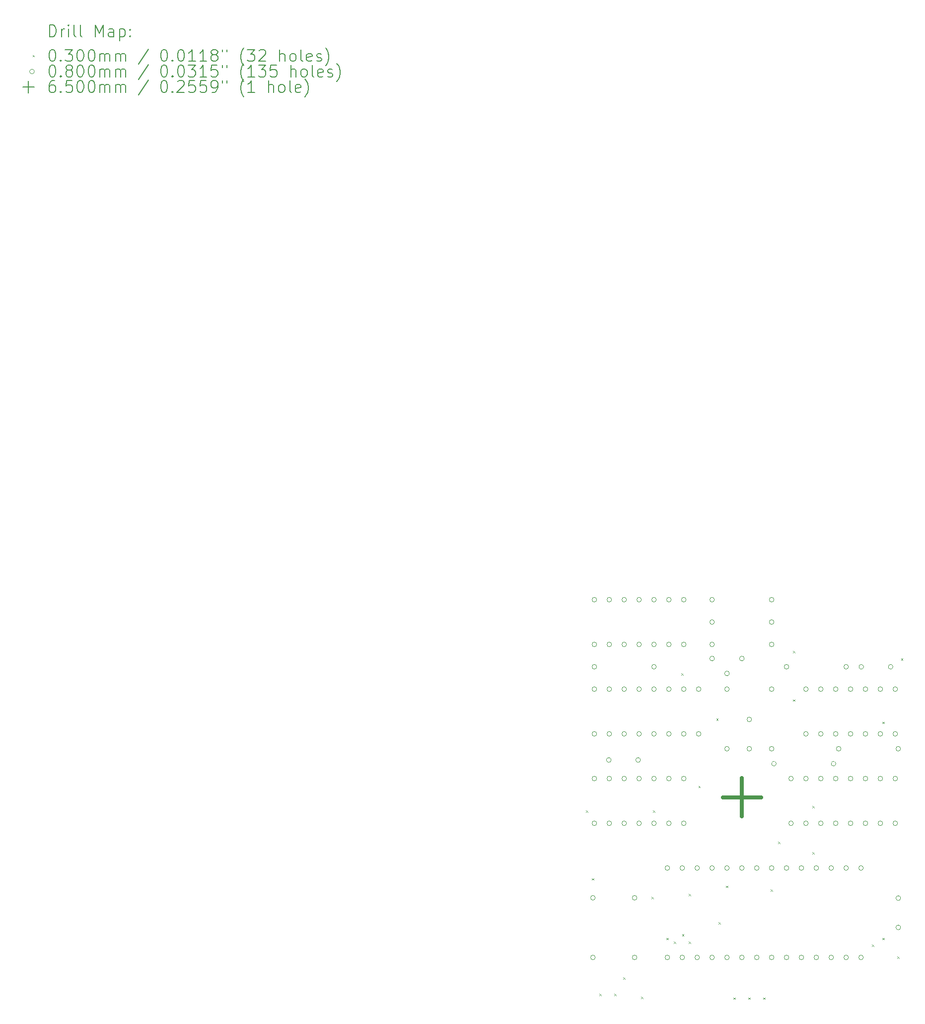
<source format=gbr>
%TF.GenerationSoftware,KiCad,Pcbnew,7.0.9+dfsg-1*%
%TF.CreationDate,2024-01-12T21:14:41+01:00*%
%TF.ProjectId,C64NIKI2,4336344e-494b-4493-922e-6b696361645f,rev?*%
%TF.SameCoordinates,Original*%
%TF.FileFunction,Drillmap*%
%TF.FilePolarity,Positive*%
%FSLAX45Y45*%
G04 Gerber Fmt 4.5, Leading zero omitted, Abs format (unit mm)*
G04 Created by KiCad (PCBNEW 7.0.9+dfsg-1) date 2024-01-12 21:14:41*
%MOMM*%
%LPD*%
G01*
G04 APERTURE LIST*
%ADD10C,0.200000*%
%ADD11C,0.100000*%
%ADD12C,0.650000*%
G04 APERTURE END LIST*
D10*
D11*
X9408400Y-13497800D02*
X9438400Y-13527800D01*
X9438400Y-13497800D02*
X9408400Y-13527800D01*
X9510000Y-14653500D02*
X9540000Y-14683500D01*
X9540000Y-14653500D02*
X9510000Y-14683500D01*
X9637000Y-16622000D02*
X9667000Y-16652000D01*
X9667000Y-16622000D02*
X9637000Y-16652000D01*
X9891000Y-16622000D02*
X9921000Y-16652000D01*
X9921000Y-16622000D02*
X9891000Y-16652000D01*
X10043400Y-16342600D02*
X10073400Y-16372600D01*
X10073400Y-16342600D02*
X10043400Y-16372600D01*
X10348200Y-16672800D02*
X10378200Y-16702800D01*
X10378200Y-16672800D02*
X10348200Y-16702800D01*
X10526000Y-14971000D02*
X10556000Y-15001000D01*
X10556000Y-14971000D02*
X10526000Y-15001000D01*
X10551400Y-13497800D02*
X10581400Y-13527800D01*
X10581400Y-13497800D02*
X10551400Y-13527800D01*
X10780000Y-15669500D02*
X10810000Y-15699500D01*
X10810000Y-15669500D02*
X10780000Y-15699500D01*
X10907000Y-15733000D02*
X10937000Y-15763000D01*
X10937000Y-15733000D02*
X10907000Y-15763000D01*
X11034000Y-11161000D02*
X11064000Y-11191000D01*
X11064000Y-11161000D02*
X11034000Y-11191000D01*
X11046700Y-15606000D02*
X11076700Y-15636000D01*
X11076700Y-15606000D02*
X11046700Y-15636000D01*
X11161000Y-14920200D02*
X11191000Y-14950200D01*
X11191000Y-14920200D02*
X11161000Y-14950200D01*
X11161000Y-15733000D02*
X11191000Y-15763000D01*
X11191000Y-15733000D02*
X11161000Y-15763000D01*
X11326100Y-13078700D02*
X11356100Y-13108700D01*
X11356100Y-13078700D02*
X11326100Y-13108700D01*
X11630900Y-11931000D02*
X11660900Y-11961000D01*
X11660900Y-11931000D02*
X11630900Y-11961000D01*
X11669000Y-15402800D02*
X11699000Y-15432800D01*
X11699000Y-15402800D02*
X11669000Y-15432800D01*
X11796000Y-14780500D02*
X11826000Y-14810500D01*
X11826000Y-14780500D02*
X11796000Y-14810500D01*
X11923000Y-16685500D02*
X11953000Y-16715500D01*
X11953000Y-16685500D02*
X11923000Y-16715500D01*
X12177000Y-16685500D02*
X12207000Y-16715500D01*
X12207000Y-16685500D02*
X12177000Y-16715500D01*
X12431000Y-16685500D02*
X12461000Y-16715500D01*
X12461000Y-16685500D02*
X12431000Y-16715500D01*
X12558000Y-14844000D02*
X12588000Y-14874000D01*
X12588000Y-14844000D02*
X12558000Y-14874000D01*
X12685000Y-14031200D02*
X12715000Y-14061200D01*
X12715000Y-14031200D02*
X12685000Y-14061200D01*
X12939000Y-10780000D02*
X12969000Y-10810000D01*
X12969000Y-10780000D02*
X12939000Y-10810000D01*
X12939000Y-11605500D02*
X12969000Y-11635500D01*
X12969000Y-11605500D02*
X12939000Y-11635500D01*
X13269200Y-13421600D02*
X13299200Y-13451600D01*
X13299200Y-13421600D02*
X13269200Y-13451600D01*
X13269200Y-14209000D02*
X13299200Y-14239000D01*
X13299200Y-14209000D02*
X13269200Y-14239000D01*
X14285200Y-15783800D02*
X14315200Y-15813800D01*
X14315200Y-15783800D02*
X14285200Y-15813800D01*
X14463000Y-11986500D02*
X14493000Y-12016500D01*
X14493000Y-11986500D02*
X14463000Y-12016500D01*
X14463000Y-15669500D02*
X14493000Y-15699500D01*
X14493000Y-15669500D02*
X14463000Y-15699500D01*
X14717000Y-15987000D02*
X14747000Y-16017000D01*
X14747000Y-15987000D02*
X14717000Y-16017000D01*
X14780500Y-10907000D02*
X14810500Y-10937000D01*
X14810500Y-10907000D02*
X14780500Y-10937000D01*
X9565000Y-14986000D02*
G75*
G03*
X9565000Y-14986000I-40000J0D01*
G01*
X9565000Y-16002000D02*
G75*
G03*
X9565000Y-16002000I-40000J0D01*
G01*
X9590400Y-9906000D02*
G75*
G03*
X9590400Y-9906000I-40000J0D01*
G01*
X9590400Y-10668000D02*
G75*
G03*
X9590400Y-10668000I-40000J0D01*
G01*
X9590400Y-11049000D02*
G75*
G03*
X9590400Y-11049000I-40000J0D01*
G01*
X9590400Y-11430000D02*
G75*
G03*
X9590400Y-11430000I-40000J0D01*
G01*
X9590400Y-12192000D02*
G75*
G03*
X9590400Y-12192000I-40000J0D01*
G01*
X9590400Y-12954000D02*
G75*
G03*
X9590400Y-12954000I-40000J0D01*
G01*
X9590400Y-13716000D02*
G75*
G03*
X9590400Y-13716000I-40000J0D01*
G01*
X9835700Y-12636500D02*
G75*
G03*
X9835700Y-12636500I-40000J0D01*
G01*
X9844400Y-9906000D02*
G75*
G03*
X9844400Y-9906000I-40000J0D01*
G01*
X9844400Y-10668000D02*
G75*
G03*
X9844400Y-10668000I-40000J0D01*
G01*
X9844400Y-11430000D02*
G75*
G03*
X9844400Y-11430000I-40000J0D01*
G01*
X9844400Y-12192000D02*
G75*
G03*
X9844400Y-12192000I-40000J0D01*
G01*
X9844400Y-12954000D02*
G75*
G03*
X9844400Y-12954000I-40000J0D01*
G01*
X9844400Y-13716000D02*
G75*
G03*
X9844400Y-13716000I-40000J0D01*
G01*
X10098400Y-9906000D02*
G75*
G03*
X10098400Y-9906000I-40000J0D01*
G01*
X10098400Y-10668000D02*
G75*
G03*
X10098400Y-10668000I-40000J0D01*
G01*
X10098400Y-11430000D02*
G75*
G03*
X10098400Y-11430000I-40000J0D01*
G01*
X10098400Y-12192000D02*
G75*
G03*
X10098400Y-12192000I-40000J0D01*
G01*
X10098400Y-12954000D02*
G75*
G03*
X10098400Y-12954000I-40000J0D01*
G01*
X10098400Y-13716000D02*
G75*
G03*
X10098400Y-13716000I-40000J0D01*
G01*
X10276200Y-14986000D02*
G75*
G03*
X10276200Y-14986000I-40000J0D01*
G01*
X10276200Y-16002000D02*
G75*
G03*
X10276200Y-16002000I-40000J0D01*
G01*
X10335700Y-12636500D02*
G75*
G03*
X10335700Y-12636500I-40000J0D01*
G01*
X10352400Y-9906000D02*
G75*
G03*
X10352400Y-9906000I-40000J0D01*
G01*
X10352400Y-10668000D02*
G75*
G03*
X10352400Y-10668000I-40000J0D01*
G01*
X10352400Y-11430000D02*
G75*
G03*
X10352400Y-11430000I-40000J0D01*
G01*
X10352400Y-12192000D02*
G75*
G03*
X10352400Y-12192000I-40000J0D01*
G01*
X10352400Y-12954000D02*
G75*
G03*
X10352400Y-12954000I-40000J0D01*
G01*
X10352400Y-13716000D02*
G75*
G03*
X10352400Y-13716000I-40000J0D01*
G01*
X10606400Y-9906000D02*
G75*
G03*
X10606400Y-9906000I-40000J0D01*
G01*
X10606400Y-10668000D02*
G75*
G03*
X10606400Y-10668000I-40000J0D01*
G01*
X10606400Y-11049000D02*
G75*
G03*
X10606400Y-11049000I-40000J0D01*
G01*
X10606400Y-11430000D02*
G75*
G03*
X10606400Y-11430000I-40000J0D01*
G01*
X10606400Y-12192000D02*
G75*
G03*
X10606400Y-12192000I-40000J0D01*
G01*
X10606400Y-12954000D02*
G75*
G03*
X10606400Y-12954000I-40000J0D01*
G01*
X10606400Y-13716000D02*
G75*
G03*
X10606400Y-13716000I-40000J0D01*
G01*
X10835000Y-14478000D02*
G75*
G03*
X10835000Y-14478000I-40000J0D01*
G01*
X10835000Y-16002000D02*
G75*
G03*
X10835000Y-16002000I-40000J0D01*
G01*
X10860400Y-9906000D02*
G75*
G03*
X10860400Y-9906000I-40000J0D01*
G01*
X10860400Y-10668000D02*
G75*
G03*
X10860400Y-10668000I-40000J0D01*
G01*
X10860400Y-11430000D02*
G75*
G03*
X10860400Y-11430000I-40000J0D01*
G01*
X10860400Y-12192000D02*
G75*
G03*
X10860400Y-12192000I-40000J0D01*
G01*
X10860400Y-12954000D02*
G75*
G03*
X10860400Y-12954000I-40000J0D01*
G01*
X10860400Y-13716000D02*
G75*
G03*
X10860400Y-13716000I-40000J0D01*
G01*
X11089000Y-14478000D02*
G75*
G03*
X11089000Y-14478000I-40000J0D01*
G01*
X11089000Y-16002000D02*
G75*
G03*
X11089000Y-16002000I-40000J0D01*
G01*
X11114400Y-9906000D02*
G75*
G03*
X11114400Y-9906000I-40000J0D01*
G01*
X11114400Y-10668000D02*
G75*
G03*
X11114400Y-10668000I-40000J0D01*
G01*
X11114400Y-11430000D02*
G75*
G03*
X11114400Y-11430000I-40000J0D01*
G01*
X11114400Y-12192000D02*
G75*
G03*
X11114400Y-12192000I-40000J0D01*
G01*
X11114400Y-12954000D02*
G75*
G03*
X11114400Y-12954000I-40000J0D01*
G01*
X11114400Y-13716000D02*
G75*
G03*
X11114400Y-13716000I-40000J0D01*
G01*
X11343000Y-14478000D02*
G75*
G03*
X11343000Y-14478000I-40000J0D01*
G01*
X11343000Y-16002000D02*
G75*
G03*
X11343000Y-16002000I-40000J0D01*
G01*
X11368400Y-11430000D02*
G75*
G03*
X11368400Y-11430000I-40000J0D01*
G01*
X11368400Y-12192000D02*
G75*
G03*
X11368400Y-12192000I-40000J0D01*
G01*
X11597000Y-9906000D02*
G75*
G03*
X11597000Y-9906000I-40000J0D01*
G01*
X11597000Y-10287000D02*
G75*
G03*
X11597000Y-10287000I-40000J0D01*
G01*
X11597000Y-10668000D02*
G75*
G03*
X11597000Y-10668000I-40000J0D01*
G01*
X11597000Y-10908500D02*
G75*
G03*
X11597000Y-10908500I-40000J0D01*
G01*
X11597000Y-14478000D02*
G75*
G03*
X11597000Y-14478000I-40000J0D01*
G01*
X11597000Y-16002000D02*
G75*
G03*
X11597000Y-16002000I-40000J0D01*
G01*
X11851000Y-11162500D02*
G75*
G03*
X11851000Y-11162500I-40000J0D01*
G01*
X11851000Y-11430000D02*
G75*
G03*
X11851000Y-11430000I-40000J0D01*
G01*
X11851000Y-12446000D02*
G75*
G03*
X11851000Y-12446000I-40000J0D01*
G01*
X11851000Y-14478000D02*
G75*
G03*
X11851000Y-14478000I-40000J0D01*
G01*
X11851000Y-16002000D02*
G75*
G03*
X11851000Y-16002000I-40000J0D01*
G01*
X12105000Y-10908500D02*
G75*
G03*
X12105000Y-10908500I-40000J0D01*
G01*
X12105000Y-14478000D02*
G75*
G03*
X12105000Y-14478000I-40000J0D01*
G01*
X12105000Y-16002000D02*
G75*
G03*
X12105000Y-16002000I-40000J0D01*
G01*
X12232000Y-11946000D02*
G75*
G03*
X12232000Y-11946000I-40000J0D01*
G01*
X12232000Y-12446000D02*
G75*
G03*
X12232000Y-12446000I-40000J0D01*
G01*
X12359000Y-14478000D02*
G75*
G03*
X12359000Y-14478000I-40000J0D01*
G01*
X12359000Y-16002000D02*
G75*
G03*
X12359000Y-16002000I-40000J0D01*
G01*
X12613000Y-9906000D02*
G75*
G03*
X12613000Y-9906000I-40000J0D01*
G01*
X12613000Y-10287000D02*
G75*
G03*
X12613000Y-10287000I-40000J0D01*
G01*
X12613000Y-10668000D02*
G75*
G03*
X12613000Y-10668000I-40000J0D01*
G01*
X12613000Y-11430000D02*
G75*
G03*
X12613000Y-11430000I-40000J0D01*
G01*
X12613000Y-12446000D02*
G75*
G03*
X12613000Y-12446000I-40000J0D01*
G01*
X12613000Y-14478000D02*
G75*
G03*
X12613000Y-14478000I-40000J0D01*
G01*
X12613000Y-16002000D02*
G75*
G03*
X12613000Y-16002000I-40000J0D01*
G01*
X12651100Y-12700000D02*
G75*
G03*
X12651100Y-12700000I-40000J0D01*
G01*
X12867000Y-11049000D02*
G75*
G03*
X12867000Y-11049000I-40000J0D01*
G01*
X12867000Y-14478000D02*
G75*
G03*
X12867000Y-14478000I-40000J0D01*
G01*
X12867000Y-16002000D02*
G75*
G03*
X12867000Y-16002000I-40000J0D01*
G01*
X12943200Y-12954000D02*
G75*
G03*
X12943200Y-12954000I-40000J0D01*
G01*
X12943200Y-13716000D02*
G75*
G03*
X12943200Y-13716000I-40000J0D01*
G01*
X13121000Y-14478000D02*
G75*
G03*
X13121000Y-14478000I-40000J0D01*
G01*
X13121000Y-16002000D02*
G75*
G03*
X13121000Y-16002000I-40000J0D01*
G01*
X13197200Y-11430000D02*
G75*
G03*
X13197200Y-11430000I-40000J0D01*
G01*
X13197200Y-12192000D02*
G75*
G03*
X13197200Y-12192000I-40000J0D01*
G01*
X13197200Y-12954000D02*
G75*
G03*
X13197200Y-12954000I-40000J0D01*
G01*
X13197200Y-13716000D02*
G75*
G03*
X13197200Y-13716000I-40000J0D01*
G01*
X13375000Y-14478000D02*
G75*
G03*
X13375000Y-14478000I-40000J0D01*
G01*
X13375000Y-16002000D02*
G75*
G03*
X13375000Y-16002000I-40000J0D01*
G01*
X13451200Y-11430000D02*
G75*
G03*
X13451200Y-11430000I-40000J0D01*
G01*
X13451200Y-12192000D02*
G75*
G03*
X13451200Y-12192000I-40000J0D01*
G01*
X13451200Y-12954000D02*
G75*
G03*
X13451200Y-12954000I-40000J0D01*
G01*
X13451200Y-13716000D02*
G75*
G03*
X13451200Y-13716000I-40000J0D01*
G01*
X13629000Y-14478000D02*
G75*
G03*
X13629000Y-14478000I-40000J0D01*
G01*
X13629000Y-16002000D02*
G75*
G03*
X13629000Y-16002000I-40000J0D01*
G01*
X13667100Y-12700000D02*
G75*
G03*
X13667100Y-12700000I-40000J0D01*
G01*
X13705200Y-11430000D02*
G75*
G03*
X13705200Y-11430000I-40000J0D01*
G01*
X13705200Y-12192000D02*
G75*
G03*
X13705200Y-12192000I-40000J0D01*
G01*
X13705200Y-12954000D02*
G75*
G03*
X13705200Y-12954000I-40000J0D01*
G01*
X13705200Y-13716000D02*
G75*
G03*
X13705200Y-13716000I-40000J0D01*
G01*
X13756000Y-12446000D02*
G75*
G03*
X13756000Y-12446000I-40000J0D01*
G01*
X13883000Y-11049000D02*
G75*
G03*
X13883000Y-11049000I-40000J0D01*
G01*
X13883000Y-14478000D02*
G75*
G03*
X13883000Y-14478000I-40000J0D01*
G01*
X13883000Y-16002000D02*
G75*
G03*
X13883000Y-16002000I-40000J0D01*
G01*
X13959200Y-11430000D02*
G75*
G03*
X13959200Y-11430000I-40000J0D01*
G01*
X13959200Y-12192000D02*
G75*
G03*
X13959200Y-12192000I-40000J0D01*
G01*
X13959200Y-12954000D02*
G75*
G03*
X13959200Y-12954000I-40000J0D01*
G01*
X13959200Y-13716000D02*
G75*
G03*
X13959200Y-13716000I-40000J0D01*
G01*
X14137000Y-14478000D02*
G75*
G03*
X14137000Y-14478000I-40000J0D01*
G01*
X14137000Y-16002000D02*
G75*
G03*
X14137000Y-16002000I-40000J0D01*
G01*
X14141000Y-11049000D02*
G75*
G03*
X14141000Y-11049000I-40000J0D01*
G01*
X14213200Y-11430000D02*
G75*
G03*
X14213200Y-11430000I-40000J0D01*
G01*
X14213200Y-12192000D02*
G75*
G03*
X14213200Y-12192000I-40000J0D01*
G01*
X14213200Y-12954000D02*
G75*
G03*
X14213200Y-12954000I-40000J0D01*
G01*
X14213200Y-13716000D02*
G75*
G03*
X14213200Y-13716000I-40000J0D01*
G01*
X14467200Y-11430000D02*
G75*
G03*
X14467200Y-11430000I-40000J0D01*
G01*
X14467200Y-12192000D02*
G75*
G03*
X14467200Y-12192000I-40000J0D01*
G01*
X14467200Y-12954000D02*
G75*
G03*
X14467200Y-12954000I-40000J0D01*
G01*
X14467200Y-13716000D02*
G75*
G03*
X14467200Y-13716000I-40000J0D01*
G01*
X14641000Y-11049000D02*
G75*
G03*
X14641000Y-11049000I-40000J0D01*
G01*
X14721200Y-11430000D02*
G75*
G03*
X14721200Y-11430000I-40000J0D01*
G01*
X14721200Y-12192000D02*
G75*
G03*
X14721200Y-12192000I-40000J0D01*
G01*
X14721200Y-12954000D02*
G75*
G03*
X14721200Y-12954000I-40000J0D01*
G01*
X14721200Y-13716000D02*
G75*
G03*
X14721200Y-13716000I-40000J0D01*
G01*
X14772000Y-12446000D02*
G75*
G03*
X14772000Y-12446000I-40000J0D01*
G01*
X14772000Y-14990000D02*
G75*
G03*
X14772000Y-14990000I-40000J0D01*
G01*
X14772000Y-15490000D02*
G75*
G03*
X14772000Y-15490000I-40000J0D01*
G01*
D12*
X12065000Y-12946627D02*
X12065000Y-13596627D01*
X11740000Y-13271627D02*
X12390000Y-13271627D01*
D10*
X260777Y-311484D02*
X260777Y-111484D01*
X260777Y-111484D02*
X308396Y-111484D01*
X308396Y-111484D02*
X336967Y-121008D01*
X336967Y-121008D02*
X356015Y-140055D01*
X356015Y-140055D02*
X365539Y-159103D01*
X365539Y-159103D02*
X375062Y-197198D01*
X375062Y-197198D02*
X375062Y-225769D01*
X375062Y-225769D02*
X365539Y-263865D01*
X365539Y-263865D02*
X356015Y-282912D01*
X356015Y-282912D02*
X336967Y-301960D01*
X336967Y-301960D02*
X308396Y-311484D01*
X308396Y-311484D02*
X260777Y-311484D01*
X460777Y-311484D02*
X460777Y-178150D01*
X460777Y-216246D02*
X470301Y-197198D01*
X470301Y-197198D02*
X479824Y-187674D01*
X479824Y-187674D02*
X498872Y-178150D01*
X498872Y-178150D02*
X517920Y-178150D01*
X584586Y-311484D02*
X584586Y-178150D01*
X584586Y-111484D02*
X575063Y-121008D01*
X575063Y-121008D02*
X584586Y-130531D01*
X584586Y-130531D02*
X594110Y-121008D01*
X594110Y-121008D02*
X584586Y-111484D01*
X584586Y-111484D02*
X584586Y-130531D01*
X708396Y-311484D02*
X689348Y-301960D01*
X689348Y-301960D02*
X679824Y-282912D01*
X679824Y-282912D02*
X679824Y-111484D01*
X813158Y-311484D02*
X794110Y-301960D01*
X794110Y-301960D02*
X784586Y-282912D01*
X784586Y-282912D02*
X784586Y-111484D01*
X1041729Y-311484D02*
X1041729Y-111484D01*
X1041729Y-111484D02*
X1108396Y-254341D01*
X1108396Y-254341D02*
X1175063Y-111484D01*
X1175063Y-111484D02*
X1175063Y-311484D01*
X1356015Y-311484D02*
X1356015Y-206722D01*
X1356015Y-206722D02*
X1346491Y-187674D01*
X1346491Y-187674D02*
X1327444Y-178150D01*
X1327444Y-178150D02*
X1289348Y-178150D01*
X1289348Y-178150D02*
X1270301Y-187674D01*
X1356015Y-301960D02*
X1336967Y-311484D01*
X1336967Y-311484D02*
X1289348Y-311484D01*
X1289348Y-311484D02*
X1270301Y-301960D01*
X1270301Y-301960D02*
X1260777Y-282912D01*
X1260777Y-282912D02*
X1260777Y-263865D01*
X1260777Y-263865D02*
X1270301Y-244817D01*
X1270301Y-244817D02*
X1289348Y-235293D01*
X1289348Y-235293D02*
X1336967Y-235293D01*
X1336967Y-235293D02*
X1356015Y-225769D01*
X1451253Y-178150D02*
X1451253Y-378150D01*
X1451253Y-187674D02*
X1470301Y-178150D01*
X1470301Y-178150D02*
X1508396Y-178150D01*
X1508396Y-178150D02*
X1527443Y-187674D01*
X1527443Y-187674D02*
X1536967Y-197198D01*
X1536967Y-197198D02*
X1546491Y-216246D01*
X1546491Y-216246D02*
X1546491Y-273389D01*
X1546491Y-273389D02*
X1536967Y-292436D01*
X1536967Y-292436D02*
X1527443Y-301960D01*
X1527443Y-301960D02*
X1508396Y-311484D01*
X1508396Y-311484D02*
X1470301Y-311484D01*
X1470301Y-311484D02*
X1451253Y-301960D01*
X1632205Y-292436D02*
X1641729Y-301960D01*
X1641729Y-301960D02*
X1632205Y-311484D01*
X1632205Y-311484D02*
X1622682Y-301960D01*
X1622682Y-301960D02*
X1632205Y-292436D01*
X1632205Y-292436D02*
X1632205Y-311484D01*
X1632205Y-187674D02*
X1641729Y-197198D01*
X1641729Y-197198D02*
X1632205Y-206722D01*
X1632205Y-206722D02*
X1622682Y-197198D01*
X1622682Y-197198D02*
X1632205Y-187674D01*
X1632205Y-187674D02*
X1632205Y-206722D01*
D11*
X-30000Y-625000D02*
X0Y-655000D01*
X0Y-625000D02*
X-30000Y-655000D01*
D10*
X298872Y-531484D02*
X317920Y-531484D01*
X317920Y-531484D02*
X336967Y-541008D01*
X336967Y-541008D02*
X346491Y-550531D01*
X346491Y-550531D02*
X356015Y-569579D01*
X356015Y-569579D02*
X365539Y-607674D01*
X365539Y-607674D02*
X365539Y-655293D01*
X365539Y-655293D02*
X356015Y-693389D01*
X356015Y-693389D02*
X346491Y-712436D01*
X346491Y-712436D02*
X336967Y-721960D01*
X336967Y-721960D02*
X317920Y-731484D01*
X317920Y-731484D02*
X298872Y-731484D01*
X298872Y-731484D02*
X279824Y-721960D01*
X279824Y-721960D02*
X270301Y-712436D01*
X270301Y-712436D02*
X260777Y-693389D01*
X260777Y-693389D02*
X251253Y-655293D01*
X251253Y-655293D02*
X251253Y-607674D01*
X251253Y-607674D02*
X260777Y-569579D01*
X260777Y-569579D02*
X270301Y-550531D01*
X270301Y-550531D02*
X279824Y-541008D01*
X279824Y-541008D02*
X298872Y-531484D01*
X451253Y-712436D02*
X460777Y-721960D01*
X460777Y-721960D02*
X451253Y-731484D01*
X451253Y-731484D02*
X441729Y-721960D01*
X441729Y-721960D02*
X451253Y-712436D01*
X451253Y-712436D02*
X451253Y-731484D01*
X527444Y-531484D02*
X651253Y-531484D01*
X651253Y-531484D02*
X584586Y-607674D01*
X584586Y-607674D02*
X613158Y-607674D01*
X613158Y-607674D02*
X632205Y-617198D01*
X632205Y-617198D02*
X641729Y-626722D01*
X641729Y-626722D02*
X651253Y-645770D01*
X651253Y-645770D02*
X651253Y-693389D01*
X651253Y-693389D02*
X641729Y-712436D01*
X641729Y-712436D02*
X632205Y-721960D01*
X632205Y-721960D02*
X613158Y-731484D01*
X613158Y-731484D02*
X556015Y-731484D01*
X556015Y-731484D02*
X536967Y-721960D01*
X536967Y-721960D02*
X527444Y-712436D01*
X775062Y-531484D02*
X794110Y-531484D01*
X794110Y-531484D02*
X813158Y-541008D01*
X813158Y-541008D02*
X822682Y-550531D01*
X822682Y-550531D02*
X832205Y-569579D01*
X832205Y-569579D02*
X841729Y-607674D01*
X841729Y-607674D02*
X841729Y-655293D01*
X841729Y-655293D02*
X832205Y-693389D01*
X832205Y-693389D02*
X822682Y-712436D01*
X822682Y-712436D02*
X813158Y-721960D01*
X813158Y-721960D02*
X794110Y-731484D01*
X794110Y-731484D02*
X775062Y-731484D01*
X775062Y-731484D02*
X756015Y-721960D01*
X756015Y-721960D02*
X746491Y-712436D01*
X746491Y-712436D02*
X736967Y-693389D01*
X736967Y-693389D02*
X727443Y-655293D01*
X727443Y-655293D02*
X727443Y-607674D01*
X727443Y-607674D02*
X736967Y-569579D01*
X736967Y-569579D02*
X746491Y-550531D01*
X746491Y-550531D02*
X756015Y-541008D01*
X756015Y-541008D02*
X775062Y-531484D01*
X965539Y-531484D02*
X984586Y-531484D01*
X984586Y-531484D02*
X1003634Y-541008D01*
X1003634Y-541008D02*
X1013158Y-550531D01*
X1013158Y-550531D02*
X1022682Y-569579D01*
X1022682Y-569579D02*
X1032205Y-607674D01*
X1032205Y-607674D02*
X1032205Y-655293D01*
X1032205Y-655293D02*
X1022682Y-693389D01*
X1022682Y-693389D02*
X1013158Y-712436D01*
X1013158Y-712436D02*
X1003634Y-721960D01*
X1003634Y-721960D02*
X984586Y-731484D01*
X984586Y-731484D02*
X965539Y-731484D01*
X965539Y-731484D02*
X946491Y-721960D01*
X946491Y-721960D02*
X936967Y-712436D01*
X936967Y-712436D02*
X927443Y-693389D01*
X927443Y-693389D02*
X917920Y-655293D01*
X917920Y-655293D02*
X917920Y-607674D01*
X917920Y-607674D02*
X927443Y-569579D01*
X927443Y-569579D02*
X936967Y-550531D01*
X936967Y-550531D02*
X946491Y-541008D01*
X946491Y-541008D02*
X965539Y-531484D01*
X1117920Y-731484D02*
X1117920Y-598150D01*
X1117920Y-617198D02*
X1127444Y-607674D01*
X1127444Y-607674D02*
X1146491Y-598150D01*
X1146491Y-598150D02*
X1175063Y-598150D01*
X1175063Y-598150D02*
X1194110Y-607674D01*
X1194110Y-607674D02*
X1203634Y-626722D01*
X1203634Y-626722D02*
X1203634Y-731484D01*
X1203634Y-626722D02*
X1213158Y-607674D01*
X1213158Y-607674D02*
X1232205Y-598150D01*
X1232205Y-598150D02*
X1260777Y-598150D01*
X1260777Y-598150D02*
X1279825Y-607674D01*
X1279825Y-607674D02*
X1289348Y-626722D01*
X1289348Y-626722D02*
X1289348Y-731484D01*
X1384586Y-731484D02*
X1384586Y-598150D01*
X1384586Y-617198D02*
X1394110Y-607674D01*
X1394110Y-607674D02*
X1413158Y-598150D01*
X1413158Y-598150D02*
X1441729Y-598150D01*
X1441729Y-598150D02*
X1460777Y-607674D01*
X1460777Y-607674D02*
X1470301Y-626722D01*
X1470301Y-626722D02*
X1470301Y-731484D01*
X1470301Y-626722D02*
X1479824Y-607674D01*
X1479824Y-607674D02*
X1498872Y-598150D01*
X1498872Y-598150D02*
X1527443Y-598150D01*
X1527443Y-598150D02*
X1546491Y-607674D01*
X1546491Y-607674D02*
X1556015Y-626722D01*
X1556015Y-626722D02*
X1556015Y-731484D01*
X1946491Y-521960D02*
X1775063Y-779103D01*
X2203634Y-531484D02*
X2222682Y-531484D01*
X2222682Y-531484D02*
X2241729Y-541008D01*
X2241729Y-541008D02*
X2251253Y-550531D01*
X2251253Y-550531D02*
X2260777Y-569579D01*
X2260777Y-569579D02*
X2270301Y-607674D01*
X2270301Y-607674D02*
X2270301Y-655293D01*
X2270301Y-655293D02*
X2260777Y-693389D01*
X2260777Y-693389D02*
X2251253Y-712436D01*
X2251253Y-712436D02*
X2241729Y-721960D01*
X2241729Y-721960D02*
X2222682Y-731484D01*
X2222682Y-731484D02*
X2203634Y-731484D01*
X2203634Y-731484D02*
X2184587Y-721960D01*
X2184587Y-721960D02*
X2175063Y-712436D01*
X2175063Y-712436D02*
X2165539Y-693389D01*
X2165539Y-693389D02*
X2156015Y-655293D01*
X2156015Y-655293D02*
X2156015Y-607674D01*
X2156015Y-607674D02*
X2165539Y-569579D01*
X2165539Y-569579D02*
X2175063Y-550531D01*
X2175063Y-550531D02*
X2184587Y-541008D01*
X2184587Y-541008D02*
X2203634Y-531484D01*
X2356015Y-712436D02*
X2365539Y-721960D01*
X2365539Y-721960D02*
X2356015Y-731484D01*
X2356015Y-731484D02*
X2346491Y-721960D01*
X2346491Y-721960D02*
X2356015Y-712436D01*
X2356015Y-712436D02*
X2356015Y-731484D01*
X2489348Y-531484D02*
X2508396Y-531484D01*
X2508396Y-531484D02*
X2527444Y-541008D01*
X2527444Y-541008D02*
X2536968Y-550531D01*
X2536968Y-550531D02*
X2546491Y-569579D01*
X2546491Y-569579D02*
X2556015Y-607674D01*
X2556015Y-607674D02*
X2556015Y-655293D01*
X2556015Y-655293D02*
X2546491Y-693389D01*
X2546491Y-693389D02*
X2536968Y-712436D01*
X2536968Y-712436D02*
X2527444Y-721960D01*
X2527444Y-721960D02*
X2508396Y-731484D01*
X2508396Y-731484D02*
X2489348Y-731484D01*
X2489348Y-731484D02*
X2470301Y-721960D01*
X2470301Y-721960D02*
X2460777Y-712436D01*
X2460777Y-712436D02*
X2451253Y-693389D01*
X2451253Y-693389D02*
X2441729Y-655293D01*
X2441729Y-655293D02*
X2441729Y-607674D01*
X2441729Y-607674D02*
X2451253Y-569579D01*
X2451253Y-569579D02*
X2460777Y-550531D01*
X2460777Y-550531D02*
X2470301Y-541008D01*
X2470301Y-541008D02*
X2489348Y-531484D01*
X2746491Y-731484D02*
X2632206Y-731484D01*
X2689348Y-731484D02*
X2689348Y-531484D01*
X2689348Y-531484D02*
X2670301Y-560055D01*
X2670301Y-560055D02*
X2651253Y-579103D01*
X2651253Y-579103D02*
X2632206Y-588627D01*
X2936967Y-731484D02*
X2822682Y-731484D01*
X2879825Y-731484D02*
X2879825Y-531484D01*
X2879825Y-531484D02*
X2860777Y-560055D01*
X2860777Y-560055D02*
X2841729Y-579103D01*
X2841729Y-579103D02*
X2822682Y-588627D01*
X3051253Y-617198D02*
X3032206Y-607674D01*
X3032206Y-607674D02*
X3022682Y-598150D01*
X3022682Y-598150D02*
X3013158Y-579103D01*
X3013158Y-579103D02*
X3013158Y-569579D01*
X3013158Y-569579D02*
X3022682Y-550531D01*
X3022682Y-550531D02*
X3032206Y-541008D01*
X3032206Y-541008D02*
X3051253Y-531484D01*
X3051253Y-531484D02*
X3089348Y-531484D01*
X3089348Y-531484D02*
X3108396Y-541008D01*
X3108396Y-541008D02*
X3117920Y-550531D01*
X3117920Y-550531D02*
X3127444Y-569579D01*
X3127444Y-569579D02*
X3127444Y-579103D01*
X3127444Y-579103D02*
X3117920Y-598150D01*
X3117920Y-598150D02*
X3108396Y-607674D01*
X3108396Y-607674D02*
X3089348Y-617198D01*
X3089348Y-617198D02*
X3051253Y-617198D01*
X3051253Y-617198D02*
X3032206Y-626722D01*
X3032206Y-626722D02*
X3022682Y-636246D01*
X3022682Y-636246D02*
X3013158Y-655293D01*
X3013158Y-655293D02*
X3013158Y-693389D01*
X3013158Y-693389D02*
X3022682Y-712436D01*
X3022682Y-712436D02*
X3032206Y-721960D01*
X3032206Y-721960D02*
X3051253Y-731484D01*
X3051253Y-731484D02*
X3089348Y-731484D01*
X3089348Y-731484D02*
X3108396Y-721960D01*
X3108396Y-721960D02*
X3117920Y-712436D01*
X3117920Y-712436D02*
X3127444Y-693389D01*
X3127444Y-693389D02*
X3127444Y-655293D01*
X3127444Y-655293D02*
X3117920Y-636246D01*
X3117920Y-636246D02*
X3108396Y-626722D01*
X3108396Y-626722D02*
X3089348Y-617198D01*
X3203634Y-531484D02*
X3203634Y-569579D01*
X3279825Y-531484D02*
X3279825Y-569579D01*
X3575063Y-807674D02*
X3565539Y-798150D01*
X3565539Y-798150D02*
X3546491Y-769579D01*
X3546491Y-769579D02*
X3536968Y-750531D01*
X3536968Y-750531D02*
X3527444Y-721960D01*
X3527444Y-721960D02*
X3517920Y-674341D01*
X3517920Y-674341D02*
X3517920Y-636246D01*
X3517920Y-636246D02*
X3527444Y-588627D01*
X3527444Y-588627D02*
X3536968Y-560055D01*
X3536968Y-560055D02*
X3546491Y-541008D01*
X3546491Y-541008D02*
X3565539Y-512436D01*
X3565539Y-512436D02*
X3575063Y-502912D01*
X3632206Y-531484D02*
X3756015Y-531484D01*
X3756015Y-531484D02*
X3689348Y-607674D01*
X3689348Y-607674D02*
X3717920Y-607674D01*
X3717920Y-607674D02*
X3736968Y-617198D01*
X3736968Y-617198D02*
X3746491Y-626722D01*
X3746491Y-626722D02*
X3756015Y-645770D01*
X3756015Y-645770D02*
X3756015Y-693389D01*
X3756015Y-693389D02*
X3746491Y-712436D01*
X3746491Y-712436D02*
X3736968Y-721960D01*
X3736968Y-721960D02*
X3717920Y-731484D01*
X3717920Y-731484D02*
X3660777Y-731484D01*
X3660777Y-731484D02*
X3641729Y-721960D01*
X3641729Y-721960D02*
X3632206Y-712436D01*
X3832206Y-550531D02*
X3841729Y-541008D01*
X3841729Y-541008D02*
X3860777Y-531484D01*
X3860777Y-531484D02*
X3908396Y-531484D01*
X3908396Y-531484D02*
X3927444Y-541008D01*
X3927444Y-541008D02*
X3936968Y-550531D01*
X3936968Y-550531D02*
X3946491Y-569579D01*
X3946491Y-569579D02*
X3946491Y-588627D01*
X3946491Y-588627D02*
X3936968Y-617198D01*
X3936968Y-617198D02*
X3822682Y-731484D01*
X3822682Y-731484D02*
X3946491Y-731484D01*
X4184587Y-731484D02*
X4184587Y-531484D01*
X4270301Y-731484D02*
X4270301Y-626722D01*
X4270301Y-626722D02*
X4260777Y-607674D01*
X4260777Y-607674D02*
X4241730Y-598150D01*
X4241730Y-598150D02*
X4213158Y-598150D01*
X4213158Y-598150D02*
X4194110Y-607674D01*
X4194110Y-607674D02*
X4184587Y-617198D01*
X4394111Y-731484D02*
X4375063Y-721960D01*
X4375063Y-721960D02*
X4365539Y-712436D01*
X4365539Y-712436D02*
X4356015Y-693389D01*
X4356015Y-693389D02*
X4356015Y-636246D01*
X4356015Y-636246D02*
X4365539Y-617198D01*
X4365539Y-617198D02*
X4375063Y-607674D01*
X4375063Y-607674D02*
X4394111Y-598150D01*
X4394111Y-598150D02*
X4422682Y-598150D01*
X4422682Y-598150D02*
X4441730Y-607674D01*
X4441730Y-607674D02*
X4451253Y-617198D01*
X4451253Y-617198D02*
X4460777Y-636246D01*
X4460777Y-636246D02*
X4460777Y-693389D01*
X4460777Y-693389D02*
X4451253Y-712436D01*
X4451253Y-712436D02*
X4441730Y-721960D01*
X4441730Y-721960D02*
X4422682Y-731484D01*
X4422682Y-731484D02*
X4394111Y-731484D01*
X4575063Y-731484D02*
X4556015Y-721960D01*
X4556015Y-721960D02*
X4546492Y-702912D01*
X4546492Y-702912D02*
X4546492Y-531484D01*
X4727444Y-721960D02*
X4708396Y-731484D01*
X4708396Y-731484D02*
X4670301Y-731484D01*
X4670301Y-731484D02*
X4651253Y-721960D01*
X4651253Y-721960D02*
X4641730Y-702912D01*
X4641730Y-702912D02*
X4641730Y-626722D01*
X4641730Y-626722D02*
X4651253Y-607674D01*
X4651253Y-607674D02*
X4670301Y-598150D01*
X4670301Y-598150D02*
X4708396Y-598150D01*
X4708396Y-598150D02*
X4727444Y-607674D01*
X4727444Y-607674D02*
X4736968Y-626722D01*
X4736968Y-626722D02*
X4736968Y-645770D01*
X4736968Y-645770D02*
X4641730Y-664817D01*
X4813158Y-721960D02*
X4832206Y-731484D01*
X4832206Y-731484D02*
X4870301Y-731484D01*
X4870301Y-731484D02*
X4889349Y-721960D01*
X4889349Y-721960D02*
X4898873Y-702912D01*
X4898873Y-702912D02*
X4898873Y-693389D01*
X4898873Y-693389D02*
X4889349Y-674341D01*
X4889349Y-674341D02*
X4870301Y-664817D01*
X4870301Y-664817D02*
X4841730Y-664817D01*
X4841730Y-664817D02*
X4822682Y-655293D01*
X4822682Y-655293D02*
X4813158Y-636246D01*
X4813158Y-636246D02*
X4813158Y-626722D01*
X4813158Y-626722D02*
X4822682Y-607674D01*
X4822682Y-607674D02*
X4841730Y-598150D01*
X4841730Y-598150D02*
X4870301Y-598150D01*
X4870301Y-598150D02*
X4889349Y-607674D01*
X4965539Y-807674D02*
X4975063Y-798150D01*
X4975063Y-798150D02*
X4994111Y-769579D01*
X4994111Y-769579D02*
X5003634Y-750531D01*
X5003634Y-750531D02*
X5013158Y-721960D01*
X5013158Y-721960D02*
X5022682Y-674341D01*
X5022682Y-674341D02*
X5022682Y-636246D01*
X5022682Y-636246D02*
X5013158Y-588627D01*
X5013158Y-588627D02*
X5003634Y-560055D01*
X5003634Y-560055D02*
X4994111Y-541008D01*
X4994111Y-541008D02*
X4975063Y-512436D01*
X4975063Y-512436D02*
X4965539Y-502912D01*
D11*
X0Y-904000D02*
G75*
G03*
X0Y-904000I-40000J0D01*
G01*
D10*
X298872Y-795484D02*
X317920Y-795484D01*
X317920Y-795484D02*
X336967Y-805008D01*
X336967Y-805008D02*
X346491Y-814531D01*
X346491Y-814531D02*
X356015Y-833579D01*
X356015Y-833579D02*
X365539Y-871674D01*
X365539Y-871674D02*
X365539Y-919293D01*
X365539Y-919293D02*
X356015Y-957388D01*
X356015Y-957388D02*
X346491Y-976436D01*
X346491Y-976436D02*
X336967Y-985960D01*
X336967Y-985960D02*
X317920Y-995484D01*
X317920Y-995484D02*
X298872Y-995484D01*
X298872Y-995484D02*
X279824Y-985960D01*
X279824Y-985960D02*
X270301Y-976436D01*
X270301Y-976436D02*
X260777Y-957388D01*
X260777Y-957388D02*
X251253Y-919293D01*
X251253Y-919293D02*
X251253Y-871674D01*
X251253Y-871674D02*
X260777Y-833579D01*
X260777Y-833579D02*
X270301Y-814531D01*
X270301Y-814531D02*
X279824Y-805008D01*
X279824Y-805008D02*
X298872Y-795484D01*
X451253Y-976436D02*
X460777Y-985960D01*
X460777Y-985960D02*
X451253Y-995484D01*
X451253Y-995484D02*
X441729Y-985960D01*
X441729Y-985960D02*
X451253Y-976436D01*
X451253Y-976436D02*
X451253Y-995484D01*
X575063Y-881198D02*
X556015Y-871674D01*
X556015Y-871674D02*
X546491Y-862150D01*
X546491Y-862150D02*
X536967Y-843103D01*
X536967Y-843103D02*
X536967Y-833579D01*
X536967Y-833579D02*
X546491Y-814531D01*
X546491Y-814531D02*
X556015Y-805008D01*
X556015Y-805008D02*
X575063Y-795484D01*
X575063Y-795484D02*
X613158Y-795484D01*
X613158Y-795484D02*
X632205Y-805008D01*
X632205Y-805008D02*
X641729Y-814531D01*
X641729Y-814531D02*
X651253Y-833579D01*
X651253Y-833579D02*
X651253Y-843103D01*
X651253Y-843103D02*
X641729Y-862150D01*
X641729Y-862150D02*
X632205Y-871674D01*
X632205Y-871674D02*
X613158Y-881198D01*
X613158Y-881198D02*
X575063Y-881198D01*
X575063Y-881198D02*
X556015Y-890722D01*
X556015Y-890722D02*
X546491Y-900246D01*
X546491Y-900246D02*
X536967Y-919293D01*
X536967Y-919293D02*
X536967Y-957388D01*
X536967Y-957388D02*
X546491Y-976436D01*
X546491Y-976436D02*
X556015Y-985960D01*
X556015Y-985960D02*
X575063Y-995484D01*
X575063Y-995484D02*
X613158Y-995484D01*
X613158Y-995484D02*
X632205Y-985960D01*
X632205Y-985960D02*
X641729Y-976436D01*
X641729Y-976436D02*
X651253Y-957388D01*
X651253Y-957388D02*
X651253Y-919293D01*
X651253Y-919293D02*
X641729Y-900246D01*
X641729Y-900246D02*
X632205Y-890722D01*
X632205Y-890722D02*
X613158Y-881198D01*
X775062Y-795484D02*
X794110Y-795484D01*
X794110Y-795484D02*
X813158Y-805008D01*
X813158Y-805008D02*
X822682Y-814531D01*
X822682Y-814531D02*
X832205Y-833579D01*
X832205Y-833579D02*
X841729Y-871674D01*
X841729Y-871674D02*
X841729Y-919293D01*
X841729Y-919293D02*
X832205Y-957388D01*
X832205Y-957388D02*
X822682Y-976436D01*
X822682Y-976436D02*
X813158Y-985960D01*
X813158Y-985960D02*
X794110Y-995484D01*
X794110Y-995484D02*
X775062Y-995484D01*
X775062Y-995484D02*
X756015Y-985960D01*
X756015Y-985960D02*
X746491Y-976436D01*
X746491Y-976436D02*
X736967Y-957388D01*
X736967Y-957388D02*
X727443Y-919293D01*
X727443Y-919293D02*
X727443Y-871674D01*
X727443Y-871674D02*
X736967Y-833579D01*
X736967Y-833579D02*
X746491Y-814531D01*
X746491Y-814531D02*
X756015Y-805008D01*
X756015Y-805008D02*
X775062Y-795484D01*
X965539Y-795484D02*
X984586Y-795484D01*
X984586Y-795484D02*
X1003634Y-805008D01*
X1003634Y-805008D02*
X1013158Y-814531D01*
X1013158Y-814531D02*
X1022682Y-833579D01*
X1022682Y-833579D02*
X1032205Y-871674D01*
X1032205Y-871674D02*
X1032205Y-919293D01*
X1032205Y-919293D02*
X1022682Y-957388D01*
X1022682Y-957388D02*
X1013158Y-976436D01*
X1013158Y-976436D02*
X1003634Y-985960D01*
X1003634Y-985960D02*
X984586Y-995484D01*
X984586Y-995484D02*
X965539Y-995484D01*
X965539Y-995484D02*
X946491Y-985960D01*
X946491Y-985960D02*
X936967Y-976436D01*
X936967Y-976436D02*
X927443Y-957388D01*
X927443Y-957388D02*
X917920Y-919293D01*
X917920Y-919293D02*
X917920Y-871674D01*
X917920Y-871674D02*
X927443Y-833579D01*
X927443Y-833579D02*
X936967Y-814531D01*
X936967Y-814531D02*
X946491Y-805008D01*
X946491Y-805008D02*
X965539Y-795484D01*
X1117920Y-995484D02*
X1117920Y-862150D01*
X1117920Y-881198D02*
X1127444Y-871674D01*
X1127444Y-871674D02*
X1146491Y-862150D01*
X1146491Y-862150D02*
X1175063Y-862150D01*
X1175063Y-862150D02*
X1194110Y-871674D01*
X1194110Y-871674D02*
X1203634Y-890722D01*
X1203634Y-890722D02*
X1203634Y-995484D01*
X1203634Y-890722D02*
X1213158Y-871674D01*
X1213158Y-871674D02*
X1232205Y-862150D01*
X1232205Y-862150D02*
X1260777Y-862150D01*
X1260777Y-862150D02*
X1279825Y-871674D01*
X1279825Y-871674D02*
X1289348Y-890722D01*
X1289348Y-890722D02*
X1289348Y-995484D01*
X1384586Y-995484D02*
X1384586Y-862150D01*
X1384586Y-881198D02*
X1394110Y-871674D01*
X1394110Y-871674D02*
X1413158Y-862150D01*
X1413158Y-862150D02*
X1441729Y-862150D01*
X1441729Y-862150D02*
X1460777Y-871674D01*
X1460777Y-871674D02*
X1470301Y-890722D01*
X1470301Y-890722D02*
X1470301Y-995484D01*
X1470301Y-890722D02*
X1479824Y-871674D01*
X1479824Y-871674D02*
X1498872Y-862150D01*
X1498872Y-862150D02*
X1527443Y-862150D01*
X1527443Y-862150D02*
X1546491Y-871674D01*
X1546491Y-871674D02*
X1556015Y-890722D01*
X1556015Y-890722D02*
X1556015Y-995484D01*
X1946491Y-785960D02*
X1775063Y-1043103D01*
X2203634Y-795484D02*
X2222682Y-795484D01*
X2222682Y-795484D02*
X2241729Y-805008D01*
X2241729Y-805008D02*
X2251253Y-814531D01*
X2251253Y-814531D02*
X2260777Y-833579D01*
X2260777Y-833579D02*
X2270301Y-871674D01*
X2270301Y-871674D02*
X2270301Y-919293D01*
X2270301Y-919293D02*
X2260777Y-957388D01*
X2260777Y-957388D02*
X2251253Y-976436D01*
X2251253Y-976436D02*
X2241729Y-985960D01*
X2241729Y-985960D02*
X2222682Y-995484D01*
X2222682Y-995484D02*
X2203634Y-995484D01*
X2203634Y-995484D02*
X2184587Y-985960D01*
X2184587Y-985960D02*
X2175063Y-976436D01*
X2175063Y-976436D02*
X2165539Y-957388D01*
X2165539Y-957388D02*
X2156015Y-919293D01*
X2156015Y-919293D02*
X2156015Y-871674D01*
X2156015Y-871674D02*
X2165539Y-833579D01*
X2165539Y-833579D02*
X2175063Y-814531D01*
X2175063Y-814531D02*
X2184587Y-805008D01*
X2184587Y-805008D02*
X2203634Y-795484D01*
X2356015Y-976436D02*
X2365539Y-985960D01*
X2365539Y-985960D02*
X2356015Y-995484D01*
X2356015Y-995484D02*
X2346491Y-985960D01*
X2346491Y-985960D02*
X2356015Y-976436D01*
X2356015Y-976436D02*
X2356015Y-995484D01*
X2489348Y-795484D02*
X2508396Y-795484D01*
X2508396Y-795484D02*
X2527444Y-805008D01*
X2527444Y-805008D02*
X2536968Y-814531D01*
X2536968Y-814531D02*
X2546491Y-833579D01*
X2546491Y-833579D02*
X2556015Y-871674D01*
X2556015Y-871674D02*
X2556015Y-919293D01*
X2556015Y-919293D02*
X2546491Y-957388D01*
X2546491Y-957388D02*
X2536968Y-976436D01*
X2536968Y-976436D02*
X2527444Y-985960D01*
X2527444Y-985960D02*
X2508396Y-995484D01*
X2508396Y-995484D02*
X2489348Y-995484D01*
X2489348Y-995484D02*
X2470301Y-985960D01*
X2470301Y-985960D02*
X2460777Y-976436D01*
X2460777Y-976436D02*
X2451253Y-957388D01*
X2451253Y-957388D02*
X2441729Y-919293D01*
X2441729Y-919293D02*
X2441729Y-871674D01*
X2441729Y-871674D02*
X2451253Y-833579D01*
X2451253Y-833579D02*
X2460777Y-814531D01*
X2460777Y-814531D02*
X2470301Y-805008D01*
X2470301Y-805008D02*
X2489348Y-795484D01*
X2622682Y-795484D02*
X2746491Y-795484D01*
X2746491Y-795484D02*
X2679825Y-871674D01*
X2679825Y-871674D02*
X2708396Y-871674D01*
X2708396Y-871674D02*
X2727444Y-881198D01*
X2727444Y-881198D02*
X2736968Y-890722D01*
X2736968Y-890722D02*
X2746491Y-909769D01*
X2746491Y-909769D02*
X2746491Y-957388D01*
X2746491Y-957388D02*
X2736968Y-976436D01*
X2736968Y-976436D02*
X2727444Y-985960D01*
X2727444Y-985960D02*
X2708396Y-995484D01*
X2708396Y-995484D02*
X2651253Y-995484D01*
X2651253Y-995484D02*
X2632206Y-985960D01*
X2632206Y-985960D02*
X2622682Y-976436D01*
X2936967Y-995484D02*
X2822682Y-995484D01*
X2879825Y-995484D02*
X2879825Y-795484D01*
X2879825Y-795484D02*
X2860777Y-824055D01*
X2860777Y-824055D02*
X2841729Y-843103D01*
X2841729Y-843103D02*
X2822682Y-852627D01*
X3117920Y-795484D02*
X3022682Y-795484D01*
X3022682Y-795484D02*
X3013158Y-890722D01*
X3013158Y-890722D02*
X3022682Y-881198D01*
X3022682Y-881198D02*
X3041729Y-871674D01*
X3041729Y-871674D02*
X3089348Y-871674D01*
X3089348Y-871674D02*
X3108396Y-881198D01*
X3108396Y-881198D02*
X3117920Y-890722D01*
X3117920Y-890722D02*
X3127444Y-909769D01*
X3127444Y-909769D02*
X3127444Y-957388D01*
X3127444Y-957388D02*
X3117920Y-976436D01*
X3117920Y-976436D02*
X3108396Y-985960D01*
X3108396Y-985960D02*
X3089348Y-995484D01*
X3089348Y-995484D02*
X3041729Y-995484D01*
X3041729Y-995484D02*
X3022682Y-985960D01*
X3022682Y-985960D02*
X3013158Y-976436D01*
X3203634Y-795484D02*
X3203634Y-833579D01*
X3279825Y-795484D02*
X3279825Y-833579D01*
X3575063Y-1071674D02*
X3565539Y-1062150D01*
X3565539Y-1062150D02*
X3546491Y-1033579D01*
X3546491Y-1033579D02*
X3536968Y-1014531D01*
X3536968Y-1014531D02*
X3527444Y-985960D01*
X3527444Y-985960D02*
X3517920Y-938341D01*
X3517920Y-938341D02*
X3517920Y-900246D01*
X3517920Y-900246D02*
X3527444Y-852627D01*
X3527444Y-852627D02*
X3536968Y-824055D01*
X3536968Y-824055D02*
X3546491Y-805008D01*
X3546491Y-805008D02*
X3565539Y-776436D01*
X3565539Y-776436D02*
X3575063Y-766912D01*
X3756015Y-995484D02*
X3641729Y-995484D01*
X3698872Y-995484D02*
X3698872Y-795484D01*
X3698872Y-795484D02*
X3679825Y-824055D01*
X3679825Y-824055D02*
X3660777Y-843103D01*
X3660777Y-843103D02*
X3641729Y-852627D01*
X3822682Y-795484D02*
X3946491Y-795484D01*
X3946491Y-795484D02*
X3879825Y-871674D01*
X3879825Y-871674D02*
X3908396Y-871674D01*
X3908396Y-871674D02*
X3927444Y-881198D01*
X3927444Y-881198D02*
X3936968Y-890722D01*
X3936968Y-890722D02*
X3946491Y-909769D01*
X3946491Y-909769D02*
X3946491Y-957388D01*
X3946491Y-957388D02*
X3936968Y-976436D01*
X3936968Y-976436D02*
X3927444Y-985960D01*
X3927444Y-985960D02*
X3908396Y-995484D01*
X3908396Y-995484D02*
X3851253Y-995484D01*
X3851253Y-995484D02*
X3832206Y-985960D01*
X3832206Y-985960D02*
X3822682Y-976436D01*
X4127444Y-795484D02*
X4032206Y-795484D01*
X4032206Y-795484D02*
X4022682Y-890722D01*
X4022682Y-890722D02*
X4032206Y-881198D01*
X4032206Y-881198D02*
X4051253Y-871674D01*
X4051253Y-871674D02*
X4098872Y-871674D01*
X4098872Y-871674D02*
X4117920Y-881198D01*
X4117920Y-881198D02*
X4127444Y-890722D01*
X4127444Y-890722D02*
X4136968Y-909769D01*
X4136968Y-909769D02*
X4136968Y-957388D01*
X4136968Y-957388D02*
X4127444Y-976436D01*
X4127444Y-976436D02*
X4117920Y-985960D01*
X4117920Y-985960D02*
X4098872Y-995484D01*
X4098872Y-995484D02*
X4051253Y-995484D01*
X4051253Y-995484D02*
X4032206Y-985960D01*
X4032206Y-985960D02*
X4022682Y-976436D01*
X4375063Y-995484D02*
X4375063Y-795484D01*
X4460777Y-995484D02*
X4460777Y-890722D01*
X4460777Y-890722D02*
X4451253Y-871674D01*
X4451253Y-871674D02*
X4432206Y-862150D01*
X4432206Y-862150D02*
X4403634Y-862150D01*
X4403634Y-862150D02*
X4384587Y-871674D01*
X4384587Y-871674D02*
X4375063Y-881198D01*
X4584587Y-995484D02*
X4565539Y-985960D01*
X4565539Y-985960D02*
X4556015Y-976436D01*
X4556015Y-976436D02*
X4546492Y-957388D01*
X4546492Y-957388D02*
X4546492Y-900246D01*
X4546492Y-900246D02*
X4556015Y-881198D01*
X4556015Y-881198D02*
X4565539Y-871674D01*
X4565539Y-871674D02*
X4584587Y-862150D01*
X4584587Y-862150D02*
X4613158Y-862150D01*
X4613158Y-862150D02*
X4632206Y-871674D01*
X4632206Y-871674D02*
X4641730Y-881198D01*
X4641730Y-881198D02*
X4651253Y-900246D01*
X4651253Y-900246D02*
X4651253Y-957388D01*
X4651253Y-957388D02*
X4641730Y-976436D01*
X4641730Y-976436D02*
X4632206Y-985960D01*
X4632206Y-985960D02*
X4613158Y-995484D01*
X4613158Y-995484D02*
X4584587Y-995484D01*
X4765539Y-995484D02*
X4746492Y-985960D01*
X4746492Y-985960D02*
X4736968Y-966912D01*
X4736968Y-966912D02*
X4736968Y-795484D01*
X4917920Y-985960D02*
X4898873Y-995484D01*
X4898873Y-995484D02*
X4860777Y-995484D01*
X4860777Y-995484D02*
X4841730Y-985960D01*
X4841730Y-985960D02*
X4832206Y-966912D01*
X4832206Y-966912D02*
X4832206Y-890722D01*
X4832206Y-890722D02*
X4841730Y-871674D01*
X4841730Y-871674D02*
X4860777Y-862150D01*
X4860777Y-862150D02*
X4898873Y-862150D01*
X4898873Y-862150D02*
X4917920Y-871674D01*
X4917920Y-871674D02*
X4927444Y-890722D01*
X4927444Y-890722D02*
X4927444Y-909769D01*
X4927444Y-909769D02*
X4832206Y-928817D01*
X5003634Y-985960D02*
X5022682Y-995484D01*
X5022682Y-995484D02*
X5060777Y-995484D01*
X5060777Y-995484D02*
X5079825Y-985960D01*
X5079825Y-985960D02*
X5089349Y-966912D01*
X5089349Y-966912D02*
X5089349Y-957388D01*
X5089349Y-957388D02*
X5079825Y-938341D01*
X5079825Y-938341D02*
X5060777Y-928817D01*
X5060777Y-928817D02*
X5032206Y-928817D01*
X5032206Y-928817D02*
X5013158Y-919293D01*
X5013158Y-919293D02*
X5003634Y-900246D01*
X5003634Y-900246D02*
X5003634Y-890722D01*
X5003634Y-890722D02*
X5013158Y-871674D01*
X5013158Y-871674D02*
X5032206Y-862150D01*
X5032206Y-862150D02*
X5060777Y-862150D01*
X5060777Y-862150D02*
X5079825Y-871674D01*
X5156015Y-1071674D02*
X5165539Y-1062150D01*
X5165539Y-1062150D02*
X5184587Y-1033579D01*
X5184587Y-1033579D02*
X5194111Y-1014531D01*
X5194111Y-1014531D02*
X5203634Y-985960D01*
X5203634Y-985960D02*
X5213158Y-938341D01*
X5213158Y-938341D02*
X5213158Y-900246D01*
X5213158Y-900246D02*
X5203634Y-852627D01*
X5203634Y-852627D02*
X5194111Y-824055D01*
X5194111Y-824055D02*
X5184587Y-805008D01*
X5184587Y-805008D02*
X5165539Y-776436D01*
X5165539Y-776436D02*
X5156015Y-766912D01*
X-100000Y-1068000D02*
X-100000Y-1268000D01*
X-200000Y-1168000D02*
X0Y-1168000D01*
X346491Y-1059484D02*
X308396Y-1059484D01*
X308396Y-1059484D02*
X289348Y-1069008D01*
X289348Y-1069008D02*
X279824Y-1078531D01*
X279824Y-1078531D02*
X260777Y-1107103D01*
X260777Y-1107103D02*
X251253Y-1145198D01*
X251253Y-1145198D02*
X251253Y-1221389D01*
X251253Y-1221389D02*
X260777Y-1240436D01*
X260777Y-1240436D02*
X270301Y-1249960D01*
X270301Y-1249960D02*
X289348Y-1259484D01*
X289348Y-1259484D02*
X327444Y-1259484D01*
X327444Y-1259484D02*
X346491Y-1249960D01*
X346491Y-1249960D02*
X356015Y-1240436D01*
X356015Y-1240436D02*
X365539Y-1221389D01*
X365539Y-1221389D02*
X365539Y-1173770D01*
X365539Y-1173770D02*
X356015Y-1154722D01*
X356015Y-1154722D02*
X346491Y-1145198D01*
X346491Y-1145198D02*
X327444Y-1135674D01*
X327444Y-1135674D02*
X289348Y-1135674D01*
X289348Y-1135674D02*
X270301Y-1145198D01*
X270301Y-1145198D02*
X260777Y-1154722D01*
X260777Y-1154722D02*
X251253Y-1173770D01*
X451253Y-1240436D02*
X460777Y-1249960D01*
X460777Y-1249960D02*
X451253Y-1259484D01*
X451253Y-1259484D02*
X441729Y-1249960D01*
X441729Y-1249960D02*
X451253Y-1240436D01*
X451253Y-1240436D02*
X451253Y-1259484D01*
X641729Y-1059484D02*
X546491Y-1059484D01*
X546491Y-1059484D02*
X536967Y-1154722D01*
X536967Y-1154722D02*
X546491Y-1145198D01*
X546491Y-1145198D02*
X565539Y-1135674D01*
X565539Y-1135674D02*
X613158Y-1135674D01*
X613158Y-1135674D02*
X632205Y-1145198D01*
X632205Y-1145198D02*
X641729Y-1154722D01*
X641729Y-1154722D02*
X651253Y-1173770D01*
X651253Y-1173770D02*
X651253Y-1221389D01*
X651253Y-1221389D02*
X641729Y-1240436D01*
X641729Y-1240436D02*
X632205Y-1249960D01*
X632205Y-1249960D02*
X613158Y-1259484D01*
X613158Y-1259484D02*
X565539Y-1259484D01*
X565539Y-1259484D02*
X546491Y-1249960D01*
X546491Y-1249960D02*
X536967Y-1240436D01*
X775062Y-1059484D02*
X794110Y-1059484D01*
X794110Y-1059484D02*
X813158Y-1069008D01*
X813158Y-1069008D02*
X822682Y-1078531D01*
X822682Y-1078531D02*
X832205Y-1097579D01*
X832205Y-1097579D02*
X841729Y-1135674D01*
X841729Y-1135674D02*
X841729Y-1183293D01*
X841729Y-1183293D02*
X832205Y-1221389D01*
X832205Y-1221389D02*
X822682Y-1240436D01*
X822682Y-1240436D02*
X813158Y-1249960D01*
X813158Y-1249960D02*
X794110Y-1259484D01*
X794110Y-1259484D02*
X775062Y-1259484D01*
X775062Y-1259484D02*
X756015Y-1249960D01*
X756015Y-1249960D02*
X746491Y-1240436D01*
X746491Y-1240436D02*
X736967Y-1221389D01*
X736967Y-1221389D02*
X727443Y-1183293D01*
X727443Y-1183293D02*
X727443Y-1135674D01*
X727443Y-1135674D02*
X736967Y-1097579D01*
X736967Y-1097579D02*
X746491Y-1078531D01*
X746491Y-1078531D02*
X756015Y-1069008D01*
X756015Y-1069008D02*
X775062Y-1059484D01*
X965539Y-1059484D02*
X984586Y-1059484D01*
X984586Y-1059484D02*
X1003634Y-1069008D01*
X1003634Y-1069008D02*
X1013158Y-1078531D01*
X1013158Y-1078531D02*
X1022682Y-1097579D01*
X1022682Y-1097579D02*
X1032205Y-1135674D01*
X1032205Y-1135674D02*
X1032205Y-1183293D01*
X1032205Y-1183293D02*
X1022682Y-1221389D01*
X1022682Y-1221389D02*
X1013158Y-1240436D01*
X1013158Y-1240436D02*
X1003634Y-1249960D01*
X1003634Y-1249960D02*
X984586Y-1259484D01*
X984586Y-1259484D02*
X965539Y-1259484D01*
X965539Y-1259484D02*
X946491Y-1249960D01*
X946491Y-1249960D02*
X936967Y-1240436D01*
X936967Y-1240436D02*
X927443Y-1221389D01*
X927443Y-1221389D02*
X917920Y-1183293D01*
X917920Y-1183293D02*
X917920Y-1135674D01*
X917920Y-1135674D02*
X927443Y-1097579D01*
X927443Y-1097579D02*
X936967Y-1078531D01*
X936967Y-1078531D02*
X946491Y-1069008D01*
X946491Y-1069008D02*
X965539Y-1059484D01*
X1117920Y-1259484D02*
X1117920Y-1126150D01*
X1117920Y-1145198D02*
X1127444Y-1135674D01*
X1127444Y-1135674D02*
X1146491Y-1126150D01*
X1146491Y-1126150D02*
X1175063Y-1126150D01*
X1175063Y-1126150D02*
X1194110Y-1135674D01*
X1194110Y-1135674D02*
X1203634Y-1154722D01*
X1203634Y-1154722D02*
X1203634Y-1259484D01*
X1203634Y-1154722D02*
X1213158Y-1135674D01*
X1213158Y-1135674D02*
X1232205Y-1126150D01*
X1232205Y-1126150D02*
X1260777Y-1126150D01*
X1260777Y-1126150D02*
X1279825Y-1135674D01*
X1279825Y-1135674D02*
X1289348Y-1154722D01*
X1289348Y-1154722D02*
X1289348Y-1259484D01*
X1384586Y-1259484D02*
X1384586Y-1126150D01*
X1384586Y-1145198D02*
X1394110Y-1135674D01*
X1394110Y-1135674D02*
X1413158Y-1126150D01*
X1413158Y-1126150D02*
X1441729Y-1126150D01*
X1441729Y-1126150D02*
X1460777Y-1135674D01*
X1460777Y-1135674D02*
X1470301Y-1154722D01*
X1470301Y-1154722D02*
X1470301Y-1259484D01*
X1470301Y-1154722D02*
X1479824Y-1135674D01*
X1479824Y-1135674D02*
X1498872Y-1126150D01*
X1498872Y-1126150D02*
X1527443Y-1126150D01*
X1527443Y-1126150D02*
X1546491Y-1135674D01*
X1546491Y-1135674D02*
X1556015Y-1154722D01*
X1556015Y-1154722D02*
X1556015Y-1259484D01*
X1946491Y-1049960D02*
X1775063Y-1307103D01*
X2203634Y-1059484D02*
X2222682Y-1059484D01*
X2222682Y-1059484D02*
X2241729Y-1069008D01*
X2241729Y-1069008D02*
X2251253Y-1078531D01*
X2251253Y-1078531D02*
X2260777Y-1097579D01*
X2260777Y-1097579D02*
X2270301Y-1135674D01*
X2270301Y-1135674D02*
X2270301Y-1183293D01*
X2270301Y-1183293D02*
X2260777Y-1221389D01*
X2260777Y-1221389D02*
X2251253Y-1240436D01*
X2251253Y-1240436D02*
X2241729Y-1249960D01*
X2241729Y-1249960D02*
X2222682Y-1259484D01*
X2222682Y-1259484D02*
X2203634Y-1259484D01*
X2203634Y-1259484D02*
X2184587Y-1249960D01*
X2184587Y-1249960D02*
X2175063Y-1240436D01*
X2175063Y-1240436D02*
X2165539Y-1221389D01*
X2165539Y-1221389D02*
X2156015Y-1183293D01*
X2156015Y-1183293D02*
X2156015Y-1135674D01*
X2156015Y-1135674D02*
X2165539Y-1097579D01*
X2165539Y-1097579D02*
X2175063Y-1078531D01*
X2175063Y-1078531D02*
X2184587Y-1069008D01*
X2184587Y-1069008D02*
X2203634Y-1059484D01*
X2356015Y-1240436D02*
X2365539Y-1249960D01*
X2365539Y-1249960D02*
X2356015Y-1259484D01*
X2356015Y-1259484D02*
X2346491Y-1249960D01*
X2346491Y-1249960D02*
X2356015Y-1240436D01*
X2356015Y-1240436D02*
X2356015Y-1259484D01*
X2441729Y-1078531D02*
X2451253Y-1069008D01*
X2451253Y-1069008D02*
X2470301Y-1059484D01*
X2470301Y-1059484D02*
X2517920Y-1059484D01*
X2517920Y-1059484D02*
X2536968Y-1069008D01*
X2536968Y-1069008D02*
X2546491Y-1078531D01*
X2546491Y-1078531D02*
X2556015Y-1097579D01*
X2556015Y-1097579D02*
X2556015Y-1116627D01*
X2556015Y-1116627D02*
X2546491Y-1145198D01*
X2546491Y-1145198D02*
X2432206Y-1259484D01*
X2432206Y-1259484D02*
X2556015Y-1259484D01*
X2736968Y-1059484D02*
X2641729Y-1059484D01*
X2641729Y-1059484D02*
X2632206Y-1154722D01*
X2632206Y-1154722D02*
X2641729Y-1145198D01*
X2641729Y-1145198D02*
X2660777Y-1135674D01*
X2660777Y-1135674D02*
X2708396Y-1135674D01*
X2708396Y-1135674D02*
X2727444Y-1145198D01*
X2727444Y-1145198D02*
X2736968Y-1154722D01*
X2736968Y-1154722D02*
X2746491Y-1173770D01*
X2746491Y-1173770D02*
X2746491Y-1221389D01*
X2746491Y-1221389D02*
X2736968Y-1240436D01*
X2736968Y-1240436D02*
X2727444Y-1249960D01*
X2727444Y-1249960D02*
X2708396Y-1259484D01*
X2708396Y-1259484D02*
X2660777Y-1259484D01*
X2660777Y-1259484D02*
X2641729Y-1249960D01*
X2641729Y-1249960D02*
X2632206Y-1240436D01*
X2927444Y-1059484D02*
X2832206Y-1059484D01*
X2832206Y-1059484D02*
X2822682Y-1154722D01*
X2822682Y-1154722D02*
X2832206Y-1145198D01*
X2832206Y-1145198D02*
X2851253Y-1135674D01*
X2851253Y-1135674D02*
X2898872Y-1135674D01*
X2898872Y-1135674D02*
X2917920Y-1145198D01*
X2917920Y-1145198D02*
X2927444Y-1154722D01*
X2927444Y-1154722D02*
X2936967Y-1173770D01*
X2936967Y-1173770D02*
X2936967Y-1221389D01*
X2936967Y-1221389D02*
X2927444Y-1240436D01*
X2927444Y-1240436D02*
X2917920Y-1249960D01*
X2917920Y-1249960D02*
X2898872Y-1259484D01*
X2898872Y-1259484D02*
X2851253Y-1259484D01*
X2851253Y-1259484D02*
X2832206Y-1249960D01*
X2832206Y-1249960D02*
X2822682Y-1240436D01*
X3032206Y-1259484D02*
X3070301Y-1259484D01*
X3070301Y-1259484D02*
X3089348Y-1249960D01*
X3089348Y-1249960D02*
X3098872Y-1240436D01*
X3098872Y-1240436D02*
X3117920Y-1211865D01*
X3117920Y-1211865D02*
X3127444Y-1173770D01*
X3127444Y-1173770D02*
X3127444Y-1097579D01*
X3127444Y-1097579D02*
X3117920Y-1078531D01*
X3117920Y-1078531D02*
X3108396Y-1069008D01*
X3108396Y-1069008D02*
X3089348Y-1059484D01*
X3089348Y-1059484D02*
X3051253Y-1059484D01*
X3051253Y-1059484D02*
X3032206Y-1069008D01*
X3032206Y-1069008D02*
X3022682Y-1078531D01*
X3022682Y-1078531D02*
X3013158Y-1097579D01*
X3013158Y-1097579D02*
X3013158Y-1145198D01*
X3013158Y-1145198D02*
X3022682Y-1164246D01*
X3022682Y-1164246D02*
X3032206Y-1173770D01*
X3032206Y-1173770D02*
X3051253Y-1183293D01*
X3051253Y-1183293D02*
X3089348Y-1183293D01*
X3089348Y-1183293D02*
X3108396Y-1173770D01*
X3108396Y-1173770D02*
X3117920Y-1164246D01*
X3117920Y-1164246D02*
X3127444Y-1145198D01*
X3203634Y-1059484D02*
X3203634Y-1097579D01*
X3279825Y-1059484D02*
X3279825Y-1097579D01*
X3575063Y-1335674D02*
X3565539Y-1326150D01*
X3565539Y-1326150D02*
X3546491Y-1297579D01*
X3546491Y-1297579D02*
X3536968Y-1278531D01*
X3536968Y-1278531D02*
X3527444Y-1249960D01*
X3527444Y-1249960D02*
X3517920Y-1202341D01*
X3517920Y-1202341D02*
X3517920Y-1164246D01*
X3517920Y-1164246D02*
X3527444Y-1116627D01*
X3527444Y-1116627D02*
X3536968Y-1088055D01*
X3536968Y-1088055D02*
X3546491Y-1069008D01*
X3546491Y-1069008D02*
X3565539Y-1040436D01*
X3565539Y-1040436D02*
X3575063Y-1030912D01*
X3756015Y-1259484D02*
X3641729Y-1259484D01*
X3698872Y-1259484D02*
X3698872Y-1059484D01*
X3698872Y-1059484D02*
X3679825Y-1088055D01*
X3679825Y-1088055D02*
X3660777Y-1107103D01*
X3660777Y-1107103D02*
X3641729Y-1116627D01*
X3994110Y-1259484D02*
X3994110Y-1059484D01*
X4079825Y-1259484D02*
X4079825Y-1154722D01*
X4079825Y-1154722D02*
X4070301Y-1135674D01*
X4070301Y-1135674D02*
X4051253Y-1126150D01*
X4051253Y-1126150D02*
X4022682Y-1126150D01*
X4022682Y-1126150D02*
X4003634Y-1135674D01*
X4003634Y-1135674D02*
X3994110Y-1145198D01*
X4203634Y-1259484D02*
X4184587Y-1249960D01*
X4184587Y-1249960D02*
X4175063Y-1240436D01*
X4175063Y-1240436D02*
X4165539Y-1221389D01*
X4165539Y-1221389D02*
X4165539Y-1164246D01*
X4165539Y-1164246D02*
X4175063Y-1145198D01*
X4175063Y-1145198D02*
X4184587Y-1135674D01*
X4184587Y-1135674D02*
X4203634Y-1126150D01*
X4203634Y-1126150D02*
X4232206Y-1126150D01*
X4232206Y-1126150D02*
X4251253Y-1135674D01*
X4251253Y-1135674D02*
X4260777Y-1145198D01*
X4260777Y-1145198D02*
X4270301Y-1164246D01*
X4270301Y-1164246D02*
X4270301Y-1221389D01*
X4270301Y-1221389D02*
X4260777Y-1240436D01*
X4260777Y-1240436D02*
X4251253Y-1249960D01*
X4251253Y-1249960D02*
X4232206Y-1259484D01*
X4232206Y-1259484D02*
X4203634Y-1259484D01*
X4384587Y-1259484D02*
X4365539Y-1249960D01*
X4365539Y-1249960D02*
X4356015Y-1230912D01*
X4356015Y-1230912D02*
X4356015Y-1059484D01*
X4536968Y-1249960D02*
X4517920Y-1259484D01*
X4517920Y-1259484D02*
X4479825Y-1259484D01*
X4479825Y-1259484D02*
X4460777Y-1249960D01*
X4460777Y-1249960D02*
X4451253Y-1230912D01*
X4451253Y-1230912D02*
X4451253Y-1154722D01*
X4451253Y-1154722D02*
X4460777Y-1135674D01*
X4460777Y-1135674D02*
X4479825Y-1126150D01*
X4479825Y-1126150D02*
X4517920Y-1126150D01*
X4517920Y-1126150D02*
X4536968Y-1135674D01*
X4536968Y-1135674D02*
X4546492Y-1154722D01*
X4546492Y-1154722D02*
X4546492Y-1173770D01*
X4546492Y-1173770D02*
X4451253Y-1192817D01*
X4613158Y-1335674D02*
X4622682Y-1326150D01*
X4622682Y-1326150D02*
X4641730Y-1297579D01*
X4641730Y-1297579D02*
X4651253Y-1278531D01*
X4651253Y-1278531D02*
X4660777Y-1249960D01*
X4660777Y-1249960D02*
X4670301Y-1202341D01*
X4670301Y-1202341D02*
X4670301Y-1164246D01*
X4670301Y-1164246D02*
X4660777Y-1116627D01*
X4660777Y-1116627D02*
X4651253Y-1088055D01*
X4651253Y-1088055D02*
X4641730Y-1069008D01*
X4641730Y-1069008D02*
X4622682Y-1040436D01*
X4622682Y-1040436D02*
X4613158Y-1030912D01*
M02*

</source>
